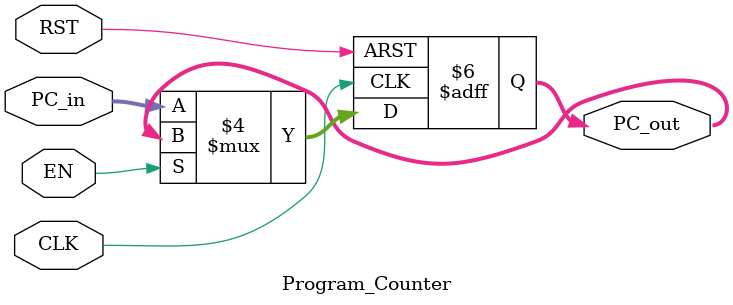
<source format=v>
module Program_Counter #(
parameter PC_in_width = 32 ,
          PC_out_width = 32
) (
input   wire                            CLK,
input   wire                            RST,
input   wire                            EN,
input	  wire	  [PC_in_width-1:0]		    PC_in,

output  reg     [PC_out_width-1:0]		  PC_out
);

always @(posedge CLK or negedge RST) 
begin
  if (!RST) 
  begin
    PC_out <= 'b0;
  end else if (!EN) begin
     PC_out <= PC_in;
  end 
end

endmodule

</source>
